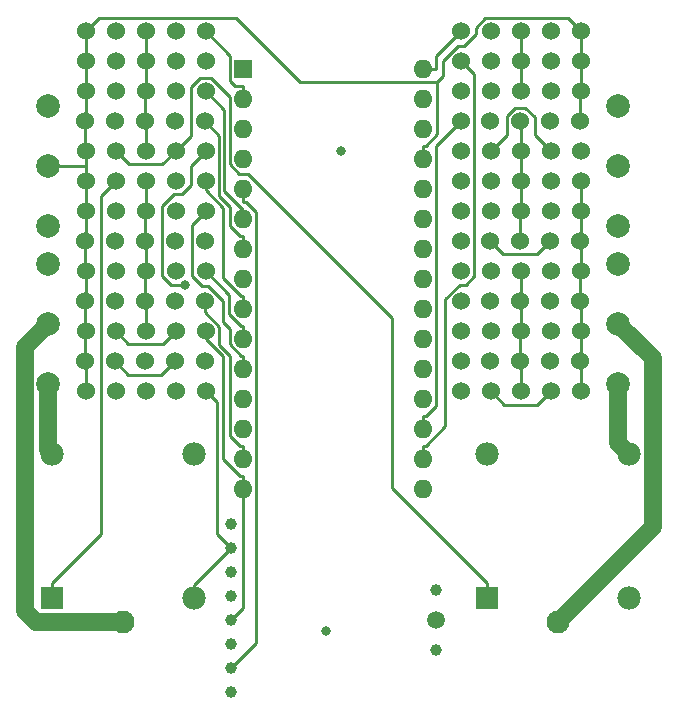
<source format=gbl>
G04 #@! TF.GenerationSoftware,KiCad,Pcbnew,(5.1.0)-1*
G04 #@! TF.CreationDate,2019-09-22T18:00:15+02:00*
G04 #@! TF.ProjectId,Arduino_HM_1,41726475-696e-46f5-9f48-4d5f312e6b69,rev?*
G04 #@! TF.SameCoordinates,Original*
G04 #@! TF.FileFunction,Copper,L2,Bot*
G04 #@! TF.FilePolarity,Positive*
%FSLAX46Y46*%
G04 Gerber Fmt 4.6, Leading zero omitted, Abs format (unit mm)*
G04 Created by KiCad (PCBNEW (5.1.0)-1) date 2019-09-22 18:00:15*
%MOMM*%
%LPD*%
G04 APERTURE LIST*
%ADD10C,2.000000*%
%ADD11C,1.524000*%
%ADD12C,1.980000*%
%ADD13C,1.935000*%
%ADD14R,1.980000X1.980000*%
%ADD15C,1.000000*%
%ADD16C,1.500000*%
%ADD17O,1.600000X1.600000*%
%ADD18R,1.600000X1.600000*%
%ADD19C,0.800000*%
%ADD20C,0.250000*%
%ADD21C,1.500000*%
G04 APERTURE END LIST*
D10*
X17780000Y-19685000D03*
X17780000Y-24765000D03*
X17780000Y-29845000D03*
X66040000Y-19685000D03*
X66040000Y-24765000D03*
X66040000Y-29845000D03*
X17780000Y-43180000D03*
X17780000Y-38100000D03*
X17780000Y-33020000D03*
X66040000Y-33020000D03*
X66040000Y-38100000D03*
X66040000Y-43180000D03*
D11*
X60325000Y-43815000D03*
X60248800Y-41275000D03*
X60325000Y-38735000D03*
X60325000Y-33655000D03*
X60248800Y-36195000D03*
X60325000Y-23495000D03*
X60325000Y-26035000D03*
X60248800Y-31115000D03*
X60325000Y-28575000D03*
X60248800Y-20955000D03*
X60325000Y-18415000D03*
X60325000Y-15875000D03*
X60325000Y-13335000D03*
X55245000Y-43815000D03*
X55168800Y-41275000D03*
X55245000Y-38735000D03*
X55245000Y-33655000D03*
X55168800Y-36195000D03*
X55245000Y-23495000D03*
X55245000Y-26035000D03*
X55168800Y-31115000D03*
X55245000Y-28575000D03*
X55168800Y-20955000D03*
X55245000Y-18415000D03*
X55245000Y-15875000D03*
X55245000Y-13335000D03*
D12*
X18130000Y-49145000D03*
X30130000Y-49145000D03*
X30130000Y-61345000D03*
D13*
X24130000Y-63345000D03*
D14*
X18130000Y-61345000D03*
D11*
X20955000Y-43815000D03*
X20878800Y-41275000D03*
X20955000Y-38735000D03*
X20955000Y-33655000D03*
X20878800Y-36195000D03*
X20955000Y-23495000D03*
X20955000Y-26035000D03*
X20878800Y-31115000D03*
X20955000Y-28575000D03*
X20878800Y-20955000D03*
X20955000Y-18415000D03*
X20955000Y-15875000D03*
X20955000Y-13335000D03*
X62865000Y-43815000D03*
X62788800Y-41275000D03*
X62865000Y-38735000D03*
X62865000Y-33655000D03*
X62788800Y-36195000D03*
X62865000Y-23495000D03*
X62865000Y-26035000D03*
X62788800Y-31115000D03*
X62865000Y-28575000D03*
X62788800Y-20955000D03*
X62865000Y-18415000D03*
X62865000Y-15875000D03*
X62865000Y-13335000D03*
X57785000Y-43815000D03*
X57708800Y-41275000D03*
X57785000Y-38735000D03*
X57785000Y-33655000D03*
X57708800Y-36195000D03*
X57785000Y-23495000D03*
X57785000Y-26035000D03*
X57708800Y-31115000D03*
X57785000Y-28575000D03*
X57708800Y-20955000D03*
X57785000Y-18415000D03*
X57785000Y-15875000D03*
X57785000Y-13335000D03*
X23495000Y-43815000D03*
X23418800Y-41275000D03*
X23495000Y-38735000D03*
X23495000Y-33655000D03*
X23418800Y-36195000D03*
X23495000Y-23495000D03*
X23495000Y-26035000D03*
X23418800Y-31115000D03*
X23495000Y-28575000D03*
X23418800Y-20955000D03*
X23495000Y-18415000D03*
X23495000Y-15875000D03*
X23495000Y-13335000D03*
X28575000Y-43815000D03*
X28498800Y-41275000D03*
X28575000Y-38735000D03*
X28575000Y-33655000D03*
X28498800Y-36195000D03*
X28575000Y-23495000D03*
X28575000Y-26035000D03*
X28498800Y-31115000D03*
X28575000Y-28575000D03*
X28498800Y-20955000D03*
X28575000Y-18415000D03*
X28575000Y-15875000D03*
X28575000Y-13335000D03*
X26035000Y-43815000D03*
X25958800Y-41275000D03*
X26035000Y-38735000D03*
X26035000Y-33655000D03*
X25958800Y-36195000D03*
X26035000Y-23495000D03*
X26035000Y-26035000D03*
X25958800Y-31115000D03*
X26035000Y-28575000D03*
X25958800Y-20955000D03*
X26035000Y-18415000D03*
X26035000Y-15875000D03*
X26035000Y-13335000D03*
X52705000Y-13335000D03*
X52781200Y-15875000D03*
X52705000Y-18415000D03*
X52705000Y-23495000D03*
X52781200Y-20955000D03*
X52705000Y-33655000D03*
X52705000Y-31115000D03*
X52781200Y-26035000D03*
X52705000Y-28575000D03*
X52781200Y-36195000D03*
X52705000Y-38735000D03*
X52705000Y-41275000D03*
X52705000Y-43815000D03*
X31115000Y-43815000D03*
X31038800Y-41275000D03*
X31115000Y-38735000D03*
X31115000Y-33655000D03*
X31038800Y-36195000D03*
X31115000Y-23495000D03*
X31115000Y-26035000D03*
X31038800Y-31115000D03*
X31115000Y-28575000D03*
X31038800Y-20955000D03*
X31115000Y-18415000D03*
X31115000Y-15875000D03*
X31115000Y-13335000D03*
D12*
X54960000Y-49145000D03*
X66960000Y-49145000D03*
X66960000Y-61345000D03*
D13*
X60960000Y-63345000D03*
D14*
X54960000Y-61345000D03*
D15*
X50625000Y-65675000D03*
D16*
X50636600Y-63152400D03*
D15*
X50645000Y-60615000D03*
X33263000Y-69277000D03*
X33263000Y-67245000D03*
X33263000Y-65213000D03*
X33263000Y-63181000D03*
X33263000Y-61149000D03*
X33263000Y-59117000D03*
X33263000Y-57085000D03*
X33263000Y-55053000D03*
D17*
X49530000Y-52070000D03*
X34290000Y-52070000D03*
X49530000Y-16510000D03*
X34290000Y-49530000D03*
X49530000Y-19050000D03*
X34290000Y-46990000D03*
X49530000Y-21590000D03*
X34290000Y-44450000D03*
X49530000Y-24130000D03*
X34290000Y-41910000D03*
X49530000Y-26670000D03*
X34290000Y-39370000D03*
X49530000Y-29210000D03*
X34290000Y-36830000D03*
X49530000Y-31750000D03*
X34290000Y-34290000D03*
X49530000Y-34290000D03*
X34290000Y-31750000D03*
X49530000Y-36830000D03*
X34290000Y-29210000D03*
X49530000Y-39370000D03*
X34290000Y-26670000D03*
X49530000Y-41910000D03*
X34290000Y-24130000D03*
X49530000Y-44450000D03*
X34290000Y-21590000D03*
X49530000Y-46990000D03*
X34290000Y-19050000D03*
X49530000Y-49530000D03*
D18*
X34290000Y-16510000D03*
D19*
X42545000Y-23495000D03*
X41275000Y-64135000D03*
X29364200Y-34816000D03*
D20*
X34290000Y-52070000D02*
X34290000Y-62154000D01*
X34290000Y-62154000D02*
X33263000Y-63181000D01*
X34290000Y-51507300D02*
X34290000Y-52070000D01*
X34290000Y-51507300D02*
X34290000Y-50944700D01*
X34290000Y-50944700D02*
X34008700Y-50944700D01*
X34008700Y-50944700D02*
X32579500Y-49515500D01*
X32579500Y-49515500D02*
X32579500Y-40839200D01*
X32579500Y-40839200D02*
X31115000Y-39374700D01*
X31115000Y-39374700D02*
X31115000Y-38735000D01*
X34290000Y-49530000D02*
X34290000Y-48404700D01*
X34290000Y-48404700D02*
X34008600Y-48404700D01*
X34008600Y-48404700D02*
X33164700Y-47560800D01*
X33164700Y-47560800D02*
X33164700Y-40787500D01*
X33164700Y-40787500D02*
X32253100Y-39875900D01*
X32253100Y-39875900D02*
X32253100Y-38335200D01*
X32253100Y-38335200D02*
X31038800Y-37120900D01*
X31038800Y-37120900D02*
X31038800Y-36195000D01*
X31115000Y-43815000D02*
X32056400Y-44756400D01*
X32056400Y-44756400D02*
X32056400Y-55878400D01*
X32056400Y-55878400D02*
X33263000Y-57085000D01*
X57708800Y-41275000D02*
X57785000Y-41351200D01*
X57785000Y-41351200D02*
X57785000Y-43815000D01*
X57785000Y-38735000D02*
X57708800Y-38811200D01*
X57708800Y-38811200D02*
X57708800Y-41275000D01*
X57708800Y-36195000D02*
X57785000Y-36271200D01*
X57785000Y-36271200D02*
X57785000Y-38735000D01*
X57708800Y-36195000D02*
X57785000Y-36118800D01*
X57785000Y-36118800D02*
X57785000Y-33655000D01*
X57785000Y-23495000D02*
X57785000Y-26035000D01*
X57708800Y-20955000D02*
X57785000Y-21031200D01*
X57785000Y-21031200D02*
X57785000Y-23495000D01*
X57785000Y-28575000D02*
X57785000Y-26035000D01*
X57708800Y-31115000D02*
X57708800Y-28651200D01*
X57708800Y-28651200D02*
X57785000Y-28575000D01*
X57785000Y-15875000D02*
X57785000Y-18415000D01*
X57785000Y-13335000D02*
X57785000Y-15875000D01*
X26035000Y-33655000D02*
X25958800Y-33731200D01*
X25958800Y-33731200D02*
X25958800Y-36195000D01*
X25958800Y-31115000D02*
X26035000Y-31191200D01*
X26035000Y-31191200D02*
X26035000Y-33655000D01*
X25958800Y-36195000D02*
X26035000Y-36271200D01*
X26035000Y-36271200D02*
X26035000Y-38735000D01*
X25958800Y-31115000D02*
X25958800Y-28651200D01*
X25958800Y-28651200D02*
X26035000Y-28575000D01*
X26035000Y-28575000D02*
X26035000Y-26035000D01*
X25958800Y-20955000D02*
X26035000Y-21031200D01*
X26035000Y-21031200D02*
X26035000Y-23495000D01*
X26035000Y-18415000D02*
X25958800Y-18491200D01*
X25958800Y-18491200D02*
X25958800Y-20955000D01*
X26035000Y-15875000D02*
X26035000Y-18415000D01*
X26035000Y-13335000D02*
X26035000Y-15875000D01*
X33263000Y-57085000D02*
X30130000Y-60218000D01*
X30130000Y-60218000D02*
X30130000Y-61345000D01*
X33263000Y-67245000D02*
X35419800Y-65088200D01*
X35419800Y-65088200D02*
X35419800Y-28643800D01*
X35419800Y-28643800D02*
X34571300Y-27795300D01*
X34571300Y-27795300D02*
X34290000Y-27795300D01*
X34290000Y-26670000D02*
X34290000Y-27795300D01*
X49530000Y-49530000D02*
X49530000Y-48404700D01*
X49530000Y-48404700D02*
X49811300Y-48404700D01*
X49811300Y-48404700D02*
X51423100Y-46792900D01*
X51423100Y-46792900D02*
X51423100Y-36014400D01*
X51423100Y-36014400D02*
X52657000Y-34780500D01*
X52657000Y-34780500D02*
X53151300Y-34780500D01*
X53151300Y-34780500D02*
X53872000Y-34059800D01*
X53872000Y-34059800D02*
X53872000Y-16965800D01*
X53872000Y-16965800D02*
X52781200Y-15875000D01*
X49530000Y-16510000D02*
X50655300Y-16510000D01*
X50655300Y-16510000D02*
X50655300Y-15384700D01*
X50655300Y-15384700D02*
X52705000Y-13335000D01*
X50678000Y-17660000D02*
X39152400Y-17660000D01*
X39152400Y-17660000D02*
X33687900Y-12195500D01*
X33687900Y-12195500D02*
X22094500Y-12195500D01*
X22094500Y-12195500D02*
X20955000Y-13335000D01*
X62865000Y-13335000D02*
X61772700Y-12242700D01*
X61772700Y-12242700D02*
X54768600Y-12242700D01*
X54768600Y-12242700D02*
X53975000Y-13036300D01*
X53975000Y-13036300D02*
X53975000Y-13604400D01*
X53975000Y-13604400D02*
X52995100Y-14584300D01*
X52995100Y-14584300D02*
X52516700Y-14584300D01*
X52516700Y-14584300D02*
X51240500Y-15860500D01*
X51240500Y-15860500D02*
X51240500Y-17097500D01*
X51240500Y-17097500D02*
X50678000Y-17660000D01*
X49530000Y-23004700D02*
X49740600Y-23004700D01*
X49740600Y-23004700D02*
X50678000Y-22067300D01*
X50678000Y-22067300D02*
X50678000Y-17660000D01*
X62865000Y-18415000D02*
X62788800Y-18491200D01*
X62788800Y-18491200D02*
X62788800Y-20955000D01*
X62865000Y-15875000D02*
X62865000Y-18415000D01*
X20916900Y-20955000D02*
X20916900Y-23456900D01*
X20916900Y-23456900D02*
X20955000Y-23495000D01*
X20955000Y-18415000D02*
X20955000Y-20916900D01*
X20955000Y-20916900D02*
X20916900Y-20955000D01*
X20916900Y-20955000D02*
X20878800Y-20955000D01*
X20955000Y-15875000D02*
X20955000Y-18415000D01*
X20955000Y-24765000D02*
X20955000Y-26035000D01*
X20955000Y-23495000D02*
X20955000Y-24765000D01*
X20955000Y-24765000D02*
X17780000Y-24765000D01*
X49530000Y-24130000D02*
X49530000Y-23004700D01*
X20878800Y-41275000D02*
X20955000Y-41351200D01*
X20955000Y-41351200D02*
X20955000Y-43815000D01*
X20878800Y-38735000D02*
X20878800Y-41275000D01*
X20878800Y-36195000D02*
X20878800Y-38735000D01*
X20955000Y-38735000D02*
X20878800Y-38735000D01*
X20878800Y-36195000D02*
X20955000Y-36118800D01*
X20955000Y-36118800D02*
X20955000Y-33655000D01*
X20955000Y-26035000D02*
X20955000Y-28575000D01*
X20878800Y-31115000D02*
X20878800Y-33578800D01*
X20878800Y-33578800D02*
X20955000Y-33655000D01*
X20955000Y-28575000D02*
X20955000Y-31038800D01*
X20955000Y-31038800D02*
X20878800Y-31115000D01*
X20955000Y-13335000D02*
X20955000Y-15875000D01*
X62865000Y-41275000D02*
X62865000Y-43815000D01*
X62865000Y-38735000D02*
X62865000Y-41275000D01*
X62788800Y-41275000D02*
X62865000Y-41275000D01*
X62788800Y-36195000D02*
X62865000Y-36271200D01*
X62865000Y-36271200D02*
X62865000Y-38735000D01*
X62865000Y-33655000D02*
X62788800Y-33731200D01*
X62788800Y-33731200D02*
X62788800Y-36195000D01*
X62788800Y-31115000D02*
X62865000Y-31191200D01*
X62865000Y-31191200D02*
X62865000Y-33655000D01*
X62788800Y-31115000D02*
X62865000Y-31038800D01*
X62865000Y-31038800D02*
X62865000Y-28575000D01*
X62865000Y-28575000D02*
X62865000Y-26035000D01*
X62865000Y-13335000D02*
X62865000Y-15875000D01*
X34290000Y-41910000D02*
X34290000Y-40784700D01*
X34290000Y-40784700D02*
X34101400Y-40784700D01*
X34101400Y-40784700D02*
X33164600Y-39847900D01*
X33164600Y-39847900D02*
X33164600Y-38549000D01*
X33164600Y-38549000D02*
X32579600Y-37964000D01*
X32579600Y-37964000D02*
X32579600Y-36180500D01*
X32579600Y-36180500D02*
X31303500Y-34904400D01*
X31303500Y-34904400D02*
X30778400Y-34904400D01*
X30778400Y-34904400D02*
X29950200Y-34076200D01*
X29950200Y-34076200D02*
X29950200Y-29739800D01*
X29950200Y-29739800D02*
X31115000Y-28575000D01*
X34290000Y-36830000D02*
X34290000Y-35704700D01*
X34290000Y-35704700D02*
X34113200Y-35704700D01*
X34113200Y-35704700D02*
X32617700Y-34209200D01*
X32617700Y-34209200D02*
X32617700Y-28291700D01*
X32617700Y-28291700D02*
X31115000Y-26789000D01*
X31115000Y-26789000D02*
X31115000Y-26035000D01*
X29364200Y-34816000D02*
X28154700Y-34816000D01*
X28154700Y-34816000D02*
X27396300Y-34057600D01*
X27396300Y-34057600D02*
X27396300Y-28151500D01*
X27396300Y-28151500D02*
X28425400Y-27122400D01*
X28425400Y-27122400D02*
X29089900Y-27122400D01*
X29089900Y-27122400D02*
X29845000Y-26367300D01*
X29845000Y-26367300D02*
X29845000Y-24765000D01*
X29845000Y-24765000D02*
X31115000Y-23495000D01*
X34290000Y-31750000D02*
X34290000Y-30624700D01*
X34290000Y-30624700D02*
X34008600Y-30624700D01*
X34008600Y-30624700D02*
X33164700Y-29780800D01*
X33164700Y-29780800D02*
X33164700Y-28201800D01*
X33164700Y-28201800D02*
X32264000Y-27301100D01*
X32264000Y-27301100D02*
X32264000Y-22180200D01*
X32264000Y-22180200D02*
X31038800Y-20955000D01*
X31115000Y-18415000D02*
X32714400Y-20014400D01*
X32714400Y-20014400D02*
X32714400Y-26856600D01*
X32714400Y-26856600D02*
X34290000Y-28432200D01*
X34290000Y-28432200D02*
X34290000Y-29210000D01*
X49530000Y-45864700D02*
X49811400Y-45864700D01*
X49811400Y-45864700D02*
X50655300Y-45020800D01*
X50655300Y-45020800D02*
X50655300Y-23080900D01*
X50655300Y-23080900D02*
X52781200Y-20955000D01*
X49530000Y-46990000D02*
X49530000Y-45864700D01*
X34290000Y-19050000D02*
X34290000Y-17924700D01*
X34290000Y-17924700D02*
X33586600Y-17924700D01*
X33586600Y-17924700D02*
X33164700Y-17502800D01*
X33164700Y-17502800D02*
X33164700Y-15384700D01*
X33164700Y-15384700D02*
X31115000Y-13335000D01*
X34290000Y-39370000D02*
X34290000Y-38244700D01*
X34290000Y-38244700D02*
X34112500Y-38244700D01*
X34112500Y-38244700D02*
X33123200Y-37255400D01*
X33123200Y-37255400D02*
X33123200Y-35663200D01*
X33123200Y-35663200D02*
X31115000Y-33655000D01*
X28498800Y-41275000D02*
X27369500Y-42404300D01*
X27369500Y-42404300D02*
X24548100Y-42404300D01*
X24548100Y-42404300D02*
X23418800Y-41275000D01*
X28575000Y-38735000D02*
X27485000Y-39825000D01*
X27485000Y-39825000D02*
X24585000Y-39825000D01*
X24585000Y-39825000D02*
X23495000Y-38735000D01*
X54960000Y-61345000D02*
X54960000Y-60029700D01*
X28575000Y-23495000D02*
X29845000Y-22225000D01*
X29845000Y-22225000D02*
X29845000Y-18082800D01*
X29845000Y-18082800D02*
X30613400Y-17314400D01*
X30613400Y-17314400D02*
X31581100Y-17314400D01*
X31581100Y-17314400D02*
X33164700Y-18898000D01*
X33164700Y-18898000D02*
X33164700Y-24602300D01*
X33164700Y-24602300D02*
X33962400Y-25400000D01*
X33962400Y-25400000D02*
X34670800Y-25400000D01*
X34670800Y-25400000D02*
X46906000Y-37635200D01*
X46906000Y-37635200D02*
X46906000Y-51975700D01*
X46906000Y-51975700D02*
X54960000Y-60029700D01*
X23495000Y-23495000D02*
X24606200Y-24606200D01*
X24606200Y-24606200D02*
X27463800Y-24606200D01*
X27463800Y-24606200D02*
X28575000Y-23495000D01*
X18130000Y-61345000D02*
X18130000Y-60029700D01*
X18130000Y-60029700D02*
X22225000Y-55934700D01*
X22225000Y-55934700D02*
X22225000Y-27305000D01*
X22225000Y-27305000D02*
X23495000Y-26035000D01*
X55245000Y-43815000D02*
X56375000Y-44945000D01*
X56375000Y-44945000D02*
X59195000Y-44945000D01*
X59195000Y-44945000D02*
X60325000Y-43815000D01*
X55245000Y-23495000D02*
X56621400Y-22118600D01*
X56621400Y-22118600D02*
X56621400Y-20466900D01*
X56621400Y-20466900D02*
X57291400Y-19796900D01*
X57291400Y-19796900D02*
X58143900Y-19796900D01*
X58143900Y-19796900D02*
X58978800Y-20631800D01*
X58978800Y-20631800D02*
X58978800Y-22148800D01*
X58978800Y-22148800D02*
X60325000Y-23495000D01*
X55168800Y-31115000D02*
X56261900Y-32208100D01*
X56261900Y-32208100D02*
X59155700Y-32208100D01*
X59155700Y-32208100D02*
X60248800Y-31115000D01*
D21*
X60960000Y-63345000D02*
X68974000Y-55331000D01*
X68974000Y-55331000D02*
X68974000Y-41034000D01*
X68974000Y-41034000D02*
X66040000Y-38100000D01*
X66960000Y-49145000D02*
X66040000Y-48225000D01*
X66040000Y-48225000D02*
X66040000Y-43180000D01*
X18130000Y-49145000D02*
X17780000Y-48795000D01*
X17780000Y-48795000D02*
X17780000Y-43180000D01*
X24130000Y-63345000D02*
X16746300Y-63345000D01*
X16746300Y-63345000D02*
X15829300Y-62428000D01*
X15829300Y-62428000D02*
X15829300Y-40050700D01*
X15829300Y-40050700D02*
X17780000Y-38100000D01*
M02*

</source>
